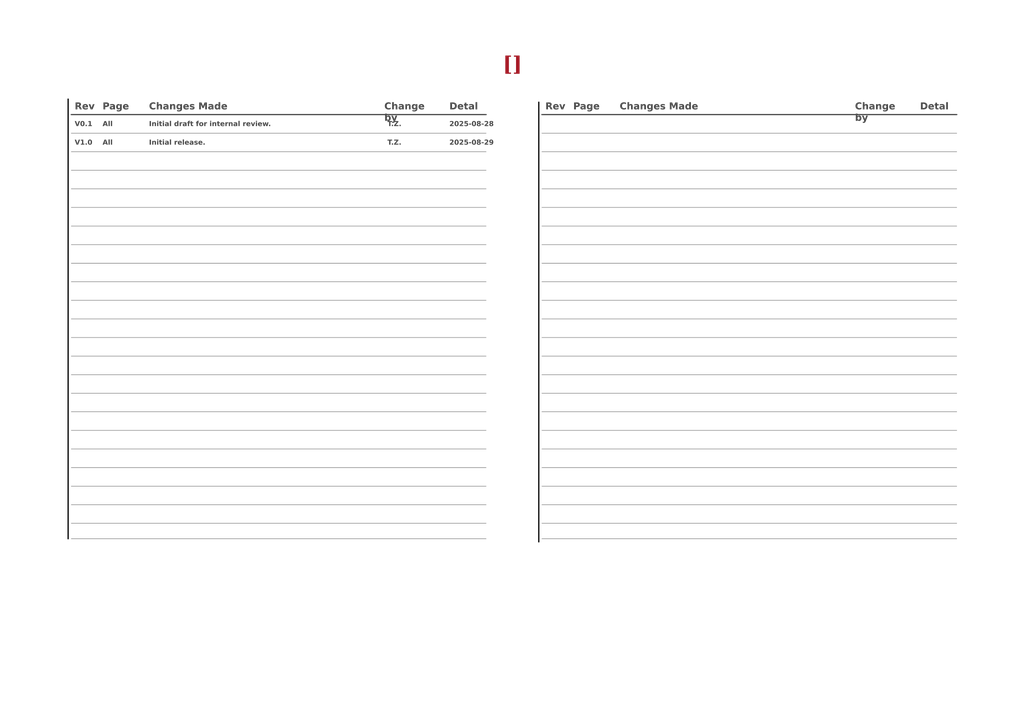
<source format=kicad_sch>
(kicad_sch
	(version 20250114)
	(generator "eeschema")
	(generator_version "9.0")
	(uuid "ea8c4f5e-7a49-4faf-a994-dbc85ed86b0a")
	(paper "A3")
	(title_block
		(title "${SHEETNAME}")
		(date "Last Modified Date")
		(rev "${REVISION}")
		(company "${COMPANY}")
	)
	(lib_symbols)
	(text_box "V0.1"
		(exclude_from_sim no)
		(at 29.21 48.26 0)
		(size 10.16 5.08)
		(margins 1.4287 1.4287 1.4287 1.4287)
		(stroke
			(width -0.0001)
			(type solid)
		)
		(fill
			(type none)
		)
		(effects
			(font
				(face "Arial")
				(size 2.032 2.032)
				(thickness 0.254)
				(bold yes)
				(color 72 72 72 1)
			)
			(justify left top)
		)
		(uuid "070a31ad-99a7-4a53-9c65-d7cf9bfd718c")
	)
	(text_box "All"
		(exclude_from_sim no)
		(at 40.64 55.88 0)
		(size 15 5.08)
		(margins 1.4287 1.4287 1.4287 1.4287)
		(stroke
			(width -0.0001)
			(type solid)
		)
		(fill
			(type none)
		)
		(effects
			(font
				(face "Arial")
				(size 2.032 2.032)
				(thickness 0.254)
				(bold yes)
				(color 72 72 72 1)
			)
			(justify left top)
		)
		(uuid "149b7655-7834-43bc-b503-5231f6fda956")
	)
	(text_box "T.Z."
		(exclude_from_sim no)
		(at 157.48 55.88 0)
		(size 24.13 5.08)
		(margins 1.4287 1.4287 1.4287 1.4287)
		(stroke
			(width -0.0001)
			(type solid)
		)
		(fill
			(type none)
		)
		(effects
			(font
				(face "Arial")
				(size 2.032 2.032)
				(thickness 0.254)
				(bold yes)
				(color 72 72 72 1)
			)
			(justify left top)
		)
		(uuid "1a86b631-037a-43f2-9108-2c0add85c85d")
	)
	(text_box "Change by"
		(exclude_from_sim no)
		(at 156.21 40.64 0)
		(size 25.4 5.08)
		(margins 1.4287 1.4287 1.4287 1.4287)
		(stroke
			(width -0.0001)
			(type solid)
		)
		(fill
			(type none)
		)
		(effects
			(font
				(face "Arial")
				(size 2.794 2.794)
				(thickness 0.254)
				(bold yes)
				(color 72 72 72 1)
			)
			(justify left top)
		)
		(uuid "1d6e376d-030e-46cf-bde3-cfd6964a9202")
	)
	(text_box "[${#}] ${SHEETNAME}"
		(exclude_from_sim no)
		(at 12.7 20.32 0)
		(size 394.97 12.7)
		(margins 4.4999 4.4999 4.4999 4.4999)
		(stroke
			(width -0.0001)
			(type solid)
		)
		(fill
			(type none)
		)
		(effects
			(font
				(face "Times New Roman")
				(size 6 6)
				(thickness 1.2)
				(bold yes)
				(color 162 22 34 1)
			)
		)
		(uuid "20a0a094-ac98-46df-bdac-21d5721f7697")
	)
	(text_box "Initial draft for internal review."
		(exclude_from_sim no)
		(at 59.69 48.26 0)
		(size 95.25 5.08)
		(margins 1.4287 1.4287 1.4287 1.4287)
		(stroke
			(width -0.0001)
			(type solid)
		)
		(fill
			(type none)
		)
		(effects
			(font
				(face "Arial")
				(size 2.032 2.032)
				(thickness 0.254)
				(bold yes)
				(color 72 72 72 1)
			)
			(justify left top)
		)
		(uuid "5e9ce389-c13c-493d-a5c8-668c70e06505")
	)
	(text_box "All"
		(exclude_from_sim no)
		(at 40.64 48.26 0)
		(size 15 5.08)
		(margins 1.4287 1.4287 1.4287 1.4287)
		(stroke
			(width -0.0001)
			(type solid)
		)
		(fill
			(type none)
		)
		(effects
			(font
				(face "Arial")
				(size 2.032 2.032)
				(thickness 0.254)
				(bold yes)
				(color 72 72 72 1)
			)
			(justify left top)
		)
		(uuid "62680020-1dd0-4e26-b8ff-d6534c16258a")
	)
	(text_box "Changes Made"
		(exclude_from_sim no)
		(at 252.73 40.64 0)
		(size 95.25 5.08)
		(margins 1.4287 1.4287 1.4287 1.4287)
		(stroke
			(width -0.0001)
			(type solid)
		)
		(fill
			(type none)
		)
		(effects
			(font
				(face "Arial")
				(size 2.794 2.794)
				(thickness 0.254)
				(bold yes)
				(color 72 72 72 1)
			)
			(justify left top)
		)
		(uuid "64ef255e-28d5-41a0-979f-cb4df17681d8")
	)
	(text_box "Changes Made"
		(exclude_from_sim no)
		(at 59.69 40.64 0)
		(size 95.25 5.08)
		(margins 1.4287 1.4287 1.4287 1.4287)
		(stroke
			(width -0.0001)
			(type solid)
		)
		(fill
			(type none)
		)
		(effects
			(font
				(face "Arial")
				(size 2.794 2.794)
				(thickness 0.254)
				(bold yes)
				(color 72 72 72 1)
			)
			(justify left top)
		)
		(uuid "7cdd22c2-f2f2-4779-8eb9-05364e6d821f")
	)
	(text_box "Detal"
		(exclude_from_sim no)
		(at 375.92 40.64 0)
		(size 15 5.08)
		(margins 1.4287 1.4287 1.4287 1.4287)
		(stroke
			(width -0.0001)
			(type solid)
		)
		(fill
			(type none)
		)
		(effects
			(font
				(face "Arial")
				(size 2.794 2.794)
				(thickness 0.254)
				(bold yes)
				(color 72 72 72 1)
			)
			(justify left top)
		)
		(uuid "86415f1c-6719-4ae6-84d6-710ffb8e95da")
	)
	(text_box "Rev"
		(exclude_from_sim no)
		(at 29.21 40.64 0)
		(size 10.16 5.08)
		(margins 1.4287 1.4287 1.4287 1.4287)
		(stroke
			(width -0.0001)
			(type solid)
		)
		(fill
			(type none)
		)
		(effects
			(font
				(face "Arial")
				(size 2.794 2.794)
				(thickness 0.254)
				(bold yes)
				(color 72 72 72 1)
			)
			(justify left top)
		)
		(uuid "922c5813-4880-4ddf-ba01-939f72022a9d")
	)
	(text_box "2025-08-29"
		(exclude_from_sim no)
		(at 182.88 55.88 0)
		(size 16.51 5.08)
		(margins 1.4287 1.4287 1.4287 1.4287)
		(stroke
			(width -0.0001)
			(type solid)
		)
		(fill
			(type none)
		)
		(effects
			(font
				(face "Arial")
				(size 2.032 2.032)
				(thickness 0.254)
				(bold yes)
				(color 72 72 72 1)
			)
			(justify left top)
		)
		(uuid "9346c396-c2db-4c8d-99bb-2e99040c3d5f")
	)
	(text_box "V1.0"
		(exclude_from_sim no)
		(at 29.21 55.88 0)
		(size 10.16 5.08)
		(margins 1.4287 1.4287 1.4287 1.4287)
		(stroke
			(width -0.0001)
			(type solid)
		)
		(fill
			(type none)
		)
		(effects
			(font
				(face "Arial")
				(size 2.032 2.032)
				(thickness 0.254)
				(bold yes)
				(color 72 72 72 1)
			)
			(justify left top)
		)
		(uuid "9a938f8a-94c6-4c3b-b439-7e16ca4ed705")
	)
	(text_box "Page"
		(exclude_from_sim no)
		(at 40.64 40.64 0)
		(size 15 5.08)
		(margins 1.4287 1.4287 1.4287 1.4287)
		(stroke
			(width -0.0001)
			(type solid)
		)
		(fill
			(type none)
		)
		(effects
			(font
				(face "Arial")
				(size 2.794 2.794)
				(thickness 0.254)
				(bold yes)
				(color 72 72 72 1)
			)
			(justify left top)
		)
		(uuid "a2d97904-fa02-4522-8bed-93069791046d")
	)
	(text_box "Change by"
		(exclude_from_sim no)
		(at 349.25 40.64 0)
		(size 25.4 5.08)
		(margins 1.4287 1.4287 1.4287 1.4287)
		(stroke
			(width -0.0001)
			(type solid)
		)
		(fill
			(type none)
		)
		(effects
			(font
				(face "Arial")
				(size 2.794 2.794)
				(thickness 0.254)
				(bold yes)
				(color 72 72 72 1)
			)
			(justify left top)
		)
		(uuid "a8ba4785-e9d0-4b0e-9a7f-ff3b55a40a52")
	)
	(text_box "Detal"
		(exclude_from_sim no)
		(at 182.88 40.64 0)
		(size 15 5.08)
		(margins 1.4287 1.4287 1.4287 1.4287)
		(stroke
			(width -0.0001)
			(type solid)
		)
		(fill
			(type none)
		)
		(effects
			(font
				(face "Arial")
				(size 2.794 2.794)
				(thickness 0.254)
				(bold yes)
				(color 72 72 72 1)
			)
			(justify left top)
		)
		(uuid "b1020be9-38a1-4172-81df-5ebeb72e099c")
	)
	(text_box "Rev"
		(exclude_from_sim no)
		(at 222.25 40.64 0)
		(size 10.16 5.08)
		(margins 1.4287 1.4287 1.4287 1.4287)
		(stroke
			(width -0.0001)
			(type solid)
		)
		(fill
			(type none)
		)
		(effects
			(font
				(face "Arial")
				(size 2.794 2.794)
				(thickness 0.254)
				(bold yes)
				(color 72 72 72 1)
			)
			(justify left top)
		)
		(uuid "b6a31462-dbf7-4785-ac2c-845a710f64ec")
	)
	(text_box "Initial release."
		(exclude_from_sim no)
		(at 59.69 55.88 0)
		(size 95.25 5.08)
		(margins 1.4287 1.4287 1.4287 1.4287)
		(stroke
			(width -0.0001)
			(type solid)
		)
		(fill
			(type none)
		)
		(effects
			(font
				(face "Arial")
				(size 2.032 2.032)
				(thickness 0.254)
				(bold yes)
				(color 72 72 72 1)
			)
			(justify left top)
		)
		(uuid "cebefc47-3dff-4378-941d-03ee87eacf7e")
	)
	(text_box "2025-08-28"
		(exclude_from_sim no)
		(at 182.88 48.26 0)
		(size 16.51 5.08)
		(margins 1.4287 1.4287 1.4287 1.4287)
		(stroke
			(width -0.0001)
			(type solid)
		)
		(fill
			(type none)
		)
		(effects
			(font
				(face "Arial")
				(size 2.032 2.032)
				(thickness 0.254)
				(bold yes)
				(color 72 72 72 1)
			)
			(justify left top)
		)
		(uuid "dfabd225-7fb9-4f03-b1e1-26c2c81c5071")
	)
	(text_box "T.Z."
		(exclude_from_sim no)
		(at 157.48 48.26 0)
		(size 24.13 5.08)
		(margins 1.4287 1.4287 1.4287 1.4287)
		(stroke
			(width -0.0001)
			(type solid)
		)
		(fill
			(type none)
		)
		(effects
			(font
				(face "Arial")
				(size 2.032 2.032)
				(thickness 0.254)
				(bold yes)
				(color 72 72 72 1)
			)
			(justify left top)
		)
		(uuid "fc119849-0703-4895-b5df-d071598a9291")
	)
	(text_box "Page"
		(exclude_from_sim no)
		(at 233.68 40.64 0)
		(size 15 5.08)
		(margins 1.4287 1.4287 1.4287 1.4287)
		(stroke
			(width -0.0001)
			(type solid)
		)
		(fill
			(type none)
		)
		(effects
			(font
				(face "Arial")
				(size 2.794 2.794)
				(thickness 0.254)
				(bold yes)
				(color 72 72 72 1)
			)
			(justify left top)
		)
		(uuid "fca14dd6-a851-48be-99db-8385ff6f59c0")
	)
	(polyline
		(pts
			(xy 29.21 123.19) (xy 199.39 123.19)
		)
		(stroke
			(width 0)
			(type solid)
			(color 72 72 72 1)
		)
		(uuid "035f0509-559d-4752-af01-66ec1c628216")
	)
	(polyline
		(pts
			(xy 222.25 153.67) (xy 392.43 153.67)
		)
		(stroke
			(width 0)
			(type solid)
			(color 72 72 72 1)
		)
		(uuid "04aacc3f-d5d9-4f84-9b5c-7f28d8727d91")
	)
	(polyline
		(pts
			(xy 222.25 130.81) (xy 392.43 130.81)
		)
		(stroke
			(width 0)
			(type solid)
			(color 72 72 72 1)
		)
		(uuid "0ecb2c9c-8515-4556-8d0d-f4718c1f7190")
	)
	(polyline
		(pts
			(xy 222.25 77.47) (xy 392.43 77.47)
		)
		(stroke
			(width 0)
			(type solid)
			(color 72 72 72 1)
		)
		(uuid "103cdd88-b0de-4ca7-abd4-563a700190e3")
	)
	(polyline
		(pts
			(xy 222.25 168.91) (xy 392.43 168.91)
		)
		(stroke
			(width 0)
			(type solid)
			(color 72 72 72 1)
		)
		(uuid "14e02731-9d10-4b2a-b8bb-aed12aa03b13")
	)
	(polyline
		(pts
			(xy 222.25 214.63) (xy 392.43 214.63)
		)
		(stroke
			(width 0)
			(type solid)
			(color 72 72 72 1)
		)
		(uuid "1761cb5c-9a57-4b48-afd3-3d6837567ff5")
	)
	(polyline
		(pts
			(xy 29.21 130.81) (xy 199.39 130.81)
		)
		(stroke
			(width 0)
			(type solid)
			(color 72 72 72 1)
		)
		(uuid "1d1b896e-698c-42ec-9269-849e7a3a5f96")
	)
	(polyline
		(pts
			(xy 29.21 176.53) (xy 199.39 176.53)
		)
		(stroke
			(width 0)
			(type solid)
			(color 72 72 72 1)
		)
		(uuid "2361ac27-ee8e-4bc5-b91f-0debd03c7c9e")
	)
	(polyline
		(pts
			(xy 29.21 184.15) (xy 199.39 184.15)
		)
		(stroke
			(width 0)
			(type solid)
			(color 72 72 72 1)
		)
		(uuid "25fd114f-49ac-4d5e-a6f5-45fb7b45aba2")
	)
	(polyline
		(pts
			(xy 29.21 191.77) (xy 199.39 191.77)
		)
		(stroke
			(width 0)
			(type solid)
			(color 72 72 72 1)
		)
		(uuid "2b17d6d9-2993-4967-ac95-2ac32a255fb6")
	)
	(polyline
		(pts
			(xy 29.21 199.39) (xy 199.39 199.39)
		)
		(stroke
			(width 0)
			(type solid)
			(color 72 72 72 1)
		)
		(uuid "2f146183-d6c9-4932-b88d-db6d635b8cfa")
	)
	(polyline
		(pts
			(xy 29.21 77.47) (xy 199.39 77.47)
		)
		(stroke
			(width 0)
			(type solid)
			(color 72 72 72 1)
		)
		(uuid "2f77f9f4-2c6b-4282-b07a-0497eff4ad46")
	)
	(polyline
		(pts
			(xy 220.98 41.91) (xy 220.98 222.25)
		)
		(stroke
			(width 0.5)
			(type default)
			(color 0 0 0 1)
		)
		(uuid "2f814edd-6804-406e-af3b-644d4ec6d6cf")
	)
	(polyline
		(pts
			(xy 29.21 85.09) (xy 199.39 85.09)
		)
		(stroke
			(width 0)
			(type solid)
			(color 72 72 72 1)
		)
		(uuid "3258c281-4262-4ec9-9571-7b2a9bd9bb20")
	)
	(polyline
		(pts
			(xy 29.21 161.29) (xy 199.39 161.29)
		)
		(stroke
			(width 0)
			(type solid)
			(color 72 72 72 1)
		)
		(uuid "32e60d9f-8ce4-4092-bf52-1b9c04e628f6")
	)
	(polyline
		(pts
			(xy 222.25 207.01) (xy 392.43 207.01)
		)
		(stroke
			(width 0)
			(type solid)
			(color 72 72 72 1)
		)
		(uuid "3e2e32ce-f8cf-42fe-9ff8-1d9f575fb97f")
	)
	(polyline
		(pts
			(xy 222.25 92.71) (xy 392.43 92.71)
		)
		(stroke
			(width 0)
			(type solid)
			(color 72 72 72 1)
		)
		(uuid "410852c0-f296-4a7c-b955-945b7328871b")
	)
	(polyline
		(pts
			(xy 222.25 176.53) (xy 392.43 176.53)
		)
		(stroke
			(width 0)
			(type solid)
			(color 72 72 72 1)
		)
		(uuid "43588c29-42f0-4265-9966-bb48f952456c")
	)
	(polyline
		(pts
			(xy 27.94 40.64) (xy 27.94 220.98)
		)
		(stroke
			(width 0.5)
			(type default)
			(color 0 0 0 1)
		)
		(uuid "4849fe72-6429-4f5b-a9e6-56656658a37b")
	)
	(polyline
		(pts
			(xy 222.25 46.99) (xy 392.43 46.99)
		)
		(stroke
			(width 0.5)
			(type solid)
			(color 72 72 72 1)
		)
		(uuid "4dd09cff-329b-4f17-b185-9dd2b3d61396")
	)
	(polyline
		(pts
			(xy 29.21 92.71) (xy 199.39 92.71)
		)
		(stroke
			(width 0)
			(type solid)
			(color 72 72 72 1)
		)
		(uuid "4de5f54c-7c30-4488-8e84-dc001f075ceb")
	)
	(polyline
		(pts
			(xy 29.21 115.57) (xy 199.39 115.57)
		)
		(stroke
			(width 0)
			(type solid)
			(color 72 72 72 1)
		)
		(uuid "50be74fc-f493-423c-9cc9-2d257928736a")
	)
	(polyline
		(pts
			(xy 222.25 146.05) (xy 392.43 146.05)
		)
		(stroke
			(width 0)
			(type solid)
			(color 72 72 72 1)
		)
		(uuid "53832188-45dc-427a-b64c-66b68731329a")
	)
	(polyline
		(pts
			(xy 222.25 123.19) (xy 392.43 123.19)
		)
		(stroke
			(width 0)
			(type solid)
			(color 72 72 72 1)
		)
		(uuid "5b8aa6c8-1366-4e4a-98c4-53371f397612")
	)
	(polyline
		(pts
			(xy 29.21 168.91) (xy 199.39 168.91)
		)
		(stroke
			(width 0)
			(type solid)
			(color 72 72 72 1)
		)
		(uuid "6149799d-a6d3-42c6-8568-68c01ce92fe6")
	)
	(polyline
		(pts
			(xy 222.25 107.95) (xy 392.43 107.95)
		)
		(stroke
			(width 0)
			(type solid)
			(color 72 72 72 1)
		)
		(uuid "6973bf58-80c0-4233-8cdc-6c66922a641c")
	)
	(polyline
		(pts
			(xy 222.25 54.61) (xy 392.43 54.61)
		)
		(stroke
			(width 0)
			(type solid)
			(color 72 72 72 1)
		)
		(uuid "6d5cdce9-efac-48bd-b803-955cc2c5152b")
	)
	(polyline
		(pts
			(xy 29.21 100.33) (xy 199.39 100.33)
		)
		(stroke
			(width 0)
			(type solid)
			(color 72 72 72 1)
		)
		(uuid "74315ce1-1a1b-4470-b33d-b102cfbe4d7e")
	)
	(polyline
		(pts
			(xy 222.25 138.43) (xy 392.43 138.43)
		)
		(stroke
			(width 0)
			(type solid)
			(color 72 72 72 1)
		)
		(uuid "76c50705-87a6-4f97-8727-b973cd808d08")
	)
	(polyline
		(pts
			(xy 222.25 184.15) (xy 392.43 184.15)
		)
		(stroke
			(width 0)
			(type solid)
			(color 72 72 72 1)
		)
		(uuid "7ca37824-7ce3-4b91-9050-963113dde260")
	)
	(polyline
		(pts
			(xy 222.25 220.98) (xy 392.43 220.98)
		)
		(stroke
			(width 0)
			(type solid)
			(color 72 72 72 1)
		)
		(uuid "8cb976b8-1dc4-4948-bcaf-67a1cd7fc9b4")
	)
	(polyline
		(pts
			(xy 222.25 62.23) (xy 392.43 62.23)
		)
		(stroke
			(width 0)
			(type solid)
			(color 72 72 72 1)
		)
		(uuid "9d17c769-42db-4b69-bf34-4da594b7bfdc")
	)
	(polyline
		(pts
			(xy 222.25 69.85) (xy 392.43 69.85)
		)
		(stroke
			(width 0)
			(type solid)
			(color 72 72 72 1)
		)
		(uuid "a89b7c67-54dd-41c1-9bfd-1953034e3bb1")
	)
	(polyline
		(pts
			(xy 29.21 146.05) (xy 199.39 146.05)
		)
		(stroke
			(width 0)
			(type solid)
			(color 72 72 72 1)
		)
		(uuid "aa3f2a2f-39ce-41da-b4c3-bef88c71b893")
	)
	(polyline
		(pts
			(xy 222.25 161.29) (xy 392.43 161.29)
		)
		(stroke
			(width 0)
			(type solid)
			(color 72 72 72 1)
		)
		(uuid "b2365fcc-ed34-4727-83d5-ee42cf69746a")
	)
	(polyline
		(pts
			(xy 29.21 153.67) (xy 199.39 153.67)
		)
		(stroke
			(width 0)
			(type solid)
			(color 72 72 72 1)
		)
		(uuid "b7fa318a-7461-413b-b0cd-8f23938c6686")
	)
	(polyline
		(pts
			(xy 29.21 207.01) (xy 199.39 207.01)
		)
		(stroke
			(width 0)
			(type solid)
			(color 72 72 72 1)
		)
		(uuid "b943ac8f-bd38-4a0a-8732-ea5006df7391")
	)
	(polyline
		(pts
			(xy 29.21 69.85) (xy 199.39 69.85)
		)
		(stroke
			(width 0)
			(type solid)
			(color 72 72 72 1)
		)
		(uuid "c09c82e0-f418-475c-a256-df6c23dcc321")
	)
	(polyline
		(pts
			(xy 29.21 138.43) (xy 199.39 138.43)
		)
		(stroke
			(width 0)
			(type solid)
			(color 72 72 72 1)
		)
		(uuid "c0bcc9b1-7e5f-4834-b151-2822d7f69030")
	)
	(polyline
		(pts
			(xy 29.21 54.61) (xy 199.39 54.61)
		)
		(stroke
			(width 0)
			(type solid)
			(color 72 72 72 1)
		)
		(uuid "cfc47d03-9384-4686-b721-acc7dde9e981")
	)
	(polyline
		(pts
			(xy 222.25 100.33) (xy 392.43 100.33)
		)
		(stroke
			(width 0)
			(type solid)
			(color 72 72 72 1)
		)
		(uuid "d2c5b2cd-f910-430e-bb9b-72e31ec548c2")
	)
	(polyline
		(pts
			(xy 222.25 199.39) (xy 392.43 199.39)
		)
		(stroke
			(width 0)
			(type solid)
			(color 72 72 72 1)
		)
		(uuid "d761f3d6-105e-4e7f-8708-e2bf259225c3")
	)
	(polyline
		(pts
			(xy 222.25 115.57) (xy 392.43 115.57)
		)
		(stroke
			(width 0)
			(type solid)
			(color 72 72 72 1)
		)
		(uuid "db08c5eb-d86d-4d7c-9f02-498d704fee7f")
	)
	(polyline
		(pts
			(xy 29.21 46.99) (xy 199.39 46.99)
		)
		(stroke
			(width 0.5)
			(type solid)
			(color 72 72 72 1)
		)
		(uuid "dcffa13d-7d6d-4422-b74b-9d1eb1141432")
	)
	(polyline
		(pts
			(xy 29.21 220.98) (xy 199.39 220.98)
		)
		(stroke
			(width 0)
			(type solid)
			(color 72 72 72 1)
		)
		(uuid "df242bc7-299b-438e-80b3-e4b17840e49a")
	)
	(polyline
		(pts
			(xy 29.21 62.23) (xy 199.39 62.23)
		)
		(stroke
			(width 0)
			(type solid)
			(color 72 72 72 1)
		)
		(uuid "e361528a-af70-47e8-bccf-bb6f31bb9d74")
	)
	(polyline
		(pts
			(xy 29.21 107.95) (xy 199.39 107.95)
		)
		(stroke
			(width 0)
			(type solid)
			(color 72 72 72 1)
		)
		(uuid "e60ba5eb-f2f6-49d3-82ff-657d8f6d6c44")
	)
	(polyline
		(pts
			(xy 29.21 214.63) (xy 199.39 214.63)
		)
		(stroke
			(width 0)
			(type solid)
			(color 72 72 72 1)
		)
		(uuid "eba74e8a-017c-4081-a1d6-6df80bdc5b75")
	)
	(polyline
		(pts
			(xy 222.25 85.09) (xy 392.43 85.09)
		)
		(stroke
			(width 0)
			(type solid)
			(color 72 72 72 1)
		)
		(uuid "f377d7e4-9dd6-41f6-a541-56997f3d6c5e")
	)
	(polyline
		(pts
			(xy 222.25 191.77) (xy 392.43 191.77)
		)
		(stroke
			(width 0)
			(type solid)
			(color 72 72 72 1)
		)
		(uuid "f64447a8-b35a-4ebd-860d-a87c0b87351b")
	)
)

</source>
